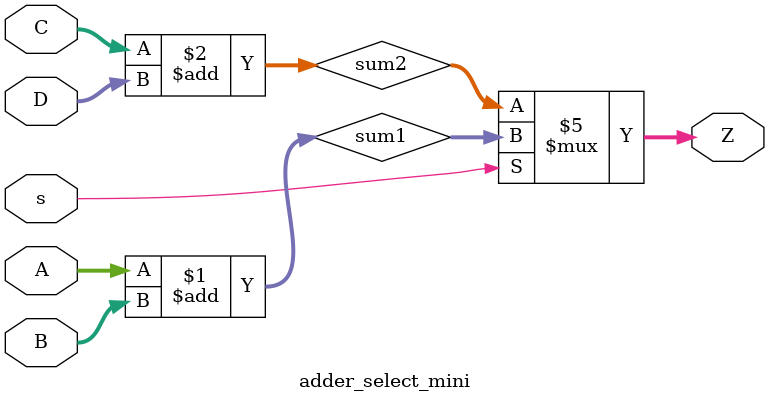
<source format=v>
module adder_select_mini(
    input wire s,
    input wire [31:0] A, B, C, D,
    output reg [32:0] Z
);

wire [32:0] sum1, sum2;

assign sum1 = A + B;
assign sum2 = C + D;

always @(*) begin
    if (s)
        Z = sum1;
    else
        Z = sum2;
end

endmodule
</source>
